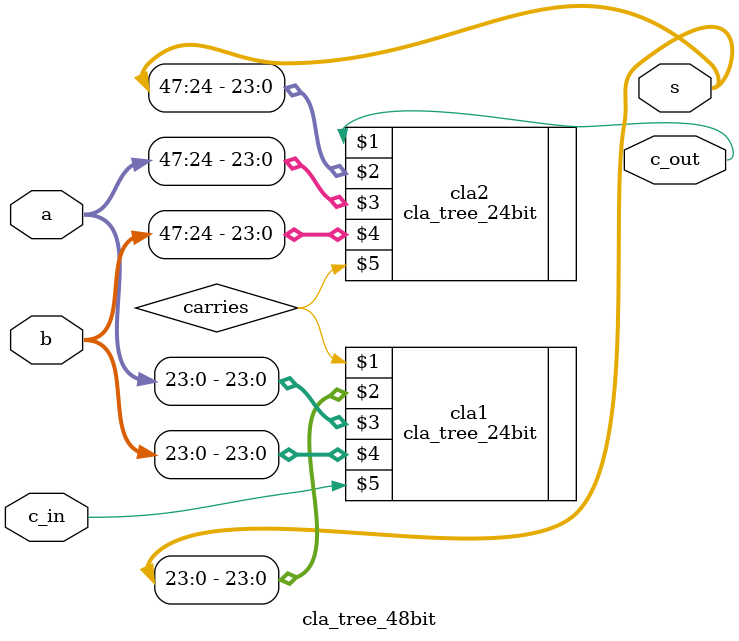
<source format=v>
`timescale 1ns / 1ps
module cla_tree_48bit(c_out, s, a, b, c_in);

    output  [47:0] s;
    output  c_out;

    input   [47:0] a;
    input   [47:0] b;
    input   c_in;
   
    wire    carries;

    cla_tree_24bit cla1(carries, s[23:0], a[23:0], b[23:0], c_in);
    cla_tree_24bit cla2(c_out, s[47:24], a[47:24], b[47:24], carries);

endmodule

</source>
